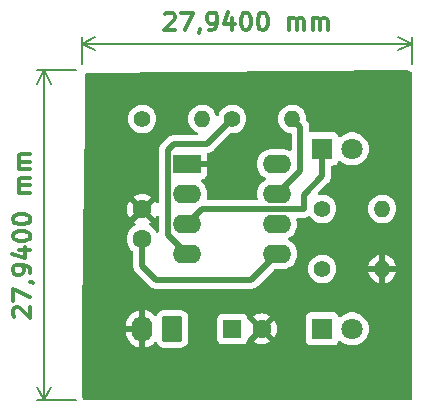
<source format=gbr>
%TF.GenerationSoftware,KiCad,Pcbnew,7.0.9*%
%TF.CreationDate,2023-12-20T18:15:34+03:00*%
%TF.ProjectId,FLIP_FLOP,464c4950-5f46-44c4-9f50-2e6b69636164,rev?*%
%TF.SameCoordinates,Original*%
%TF.FileFunction,Copper,L1,Top*%
%TF.FilePolarity,Positive*%
%FSLAX46Y46*%
G04 Gerber Fmt 4.6, Leading zero omitted, Abs format (unit mm)*
G04 Created by KiCad (PCBNEW 7.0.9) date 2023-12-20 18:15:34*
%MOMM*%
%LPD*%
G01*
G04 APERTURE LIST*
G04 Aperture macros list*
%AMRoundRect*
0 Rectangle with rounded corners*
0 $1 Rounding radius*
0 $2 $3 $4 $5 $6 $7 $8 $9 X,Y pos of 4 corners*
0 Add a 4 corners polygon primitive as box body*
4,1,4,$2,$3,$4,$5,$6,$7,$8,$9,$2,$3,0*
0 Add four circle primitives for the rounded corners*
1,1,$1+$1,$2,$3*
1,1,$1+$1,$4,$5*
1,1,$1+$1,$6,$7*
1,1,$1+$1,$8,$9*
0 Add four rect primitives between the rounded corners*
20,1,$1+$1,$2,$3,$4,$5,0*
20,1,$1+$1,$4,$5,$6,$7,0*
20,1,$1+$1,$6,$7,$8,$9,0*
20,1,$1+$1,$8,$9,$2,$3,0*%
G04 Aperture macros list end*
%ADD10C,0.300000*%
%TA.AperFunction,NonConductor*%
%ADD11C,0.300000*%
%TD*%
%TA.AperFunction,NonConductor*%
%ADD12C,0.200000*%
%TD*%
%TA.AperFunction,ComponentPad*%
%ADD13R,2.400000X1.600000*%
%TD*%
%TA.AperFunction,ComponentPad*%
%ADD14O,2.400000X1.600000*%
%TD*%
%TA.AperFunction,ComponentPad*%
%ADD15O,1.400000X1.400000*%
%TD*%
%TA.AperFunction,ComponentPad*%
%ADD16C,1.400000*%
%TD*%
%TA.AperFunction,ComponentPad*%
%ADD17RoundRect,0.250000X0.620000X0.845000X-0.620000X0.845000X-0.620000X-0.845000X0.620000X-0.845000X0*%
%TD*%
%TA.AperFunction,ComponentPad*%
%ADD18O,1.740000X2.190000*%
%TD*%
%TA.AperFunction,ComponentPad*%
%ADD19R,1.800000X1.800000*%
%TD*%
%TA.AperFunction,ComponentPad*%
%ADD20C,1.800000*%
%TD*%
%TA.AperFunction,ComponentPad*%
%ADD21C,1.600000*%
%TD*%
%TA.AperFunction,ComponentPad*%
%ADD22R,1.600000X1.600000*%
%TD*%
%TA.AperFunction,Conductor*%
%ADD23C,0.500000*%
%TD*%
G04 APERTURE END LIST*
D10*
D11*
X103521185Y-69158569D02*
X103449757Y-69087141D01*
X103449757Y-69087141D02*
X103378328Y-68944284D01*
X103378328Y-68944284D02*
X103378328Y-68587141D01*
X103378328Y-68587141D02*
X103449757Y-68444284D01*
X103449757Y-68444284D02*
X103521185Y-68372855D01*
X103521185Y-68372855D02*
X103664042Y-68301426D01*
X103664042Y-68301426D02*
X103806900Y-68301426D01*
X103806900Y-68301426D02*
X104021185Y-68372855D01*
X104021185Y-68372855D02*
X104878328Y-69229998D01*
X104878328Y-69229998D02*
X104878328Y-68301426D01*
X103378328Y-67801427D02*
X103378328Y-66801427D01*
X103378328Y-66801427D02*
X104878328Y-67444284D01*
X104806900Y-66158570D02*
X104878328Y-66158570D01*
X104878328Y-66158570D02*
X105021185Y-66229999D01*
X105021185Y-66229999D02*
X105092614Y-66301427D01*
X104878328Y-65444284D02*
X104878328Y-65158570D01*
X104878328Y-65158570D02*
X104806900Y-65015713D01*
X104806900Y-65015713D02*
X104735471Y-64944284D01*
X104735471Y-64944284D02*
X104521185Y-64801427D01*
X104521185Y-64801427D02*
X104235471Y-64729998D01*
X104235471Y-64729998D02*
X103664042Y-64729998D01*
X103664042Y-64729998D02*
X103521185Y-64801427D01*
X103521185Y-64801427D02*
X103449757Y-64872856D01*
X103449757Y-64872856D02*
X103378328Y-65015713D01*
X103378328Y-65015713D02*
X103378328Y-65301427D01*
X103378328Y-65301427D02*
X103449757Y-65444284D01*
X103449757Y-65444284D02*
X103521185Y-65515713D01*
X103521185Y-65515713D02*
X103664042Y-65587141D01*
X103664042Y-65587141D02*
X104021185Y-65587141D01*
X104021185Y-65587141D02*
X104164042Y-65515713D01*
X104164042Y-65515713D02*
X104235471Y-65444284D01*
X104235471Y-65444284D02*
X104306900Y-65301427D01*
X104306900Y-65301427D02*
X104306900Y-65015713D01*
X104306900Y-65015713D02*
X104235471Y-64872856D01*
X104235471Y-64872856D02*
X104164042Y-64801427D01*
X104164042Y-64801427D02*
X104021185Y-64729998D01*
X103878328Y-63444285D02*
X104878328Y-63444285D01*
X103306900Y-63801427D02*
X104378328Y-64158570D01*
X104378328Y-64158570D02*
X104378328Y-63229999D01*
X103378328Y-62372856D02*
X103378328Y-62229999D01*
X103378328Y-62229999D02*
X103449757Y-62087142D01*
X103449757Y-62087142D02*
X103521185Y-62015714D01*
X103521185Y-62015714D02*
X103664042Y-61944285D01*
X103664042Y-61944285D02*
X103949757Y-61872856D01*
X103949757Y-61872856D02*
X104306900Y-61872856D01*
X104306900Y-61872856D02*
X104592614Y-61944285D01*
X104592614Y-61944285D02*
X104735471Y-62015714D01*
X104735471Y-62015714D02*
X104806900Y-62087142D01*
X104806900Y-62087142D02*
X104878328Y-62229999D01*
X104878328Y-62229999D02*
X104878328Y-62372856D01*
X104878328Y-62372856D02*
X104806900Y-62515714D01*
X104806900Y-62515714D02*
X104735471Y-62587142D01*
X104735471Y-62587142D02*
X104592614Y-62658571D01*
X104592614Y-62658571D02*
X104306900Y-62729999D01*
X104306900Y-62729999D02*
X103949757Y-62729999D01*
X103949757Y-62729999D02*
X103664042Y-62658571D01*
X103664042Y-62658571D02*
X103521185Y-62587142D01*
X103521185Y-62587142D02*
X103449757Y-62515714D01*
X103449757Y-62515714D02*
X103378328Y-62372856D01*
X103378328Y-60944285D02*
X103378328Y-60801428D01*
X103378328Y-60801428D02*
X103449757Y-60658571D01*
X103449757Y-60658571D02*
X103521185Y-60587143D01*
X103521185Y-60587143D02*
X103664042Y-60515714D01*
X103664042Y-60515714D02*
X103949757Y-60444285D01*
X103949757Y-60444285D02*
X104306900Y-60444285D01*
X104306900Y-60444285D02*
X104592614Y-60515714D01*
X104592614Y-60515714D02*
X104735471Y-60587143D01*
X104735471Y-60587143D02*
X104806900Y-60658571D01*
X104806900Y-60658571D02*
X104878328Y-60801428D01*
X104878328Y-60801428D02*
X104878328Y-60944285D01*
X104878328Y-60944285D02*
X104806900Y-61087143D01*
X104806900Y-61087143D02*
X104735471Y-61158571D01*
X104735471Y-61158571D02*
X104592614Y-61230000D01*
X104592614Y-61230000D02*
X104306900Y-61301428D01*
X104306900Y-61301428D02*
X103949757Y-61301428D01*
X103949757Y-61301428D02*
X103664042Y-61230000D01*
X103664042Y-61230000D02*
X103521185Y-61158571D01*
X103521185Y-61158571D02*
X103449757Y-61087143D01*
X103449757Y-61087143D02*
X103378328Y-60944285D01*
X104878328Y-58658572D02*
X103878328Y-58658572D01*
X104021185Y-58658572D02*
X103949757Y-58587143D01*
X103949757Y-58587143D02*
X103878328Y-58444286D01*
X103878328Y-58444286D02*
X103878328Y-58230000D01*
X103878328Y-58230000D02*
X103949757Y-58087143D01*
X103949757Y-58087143D02*
X104092614Y-58015715D01*
X104092614Y-58015715D02*
X104878328Y-58015715D01*
X104092614Y-58015715D02*
X103949757Y-57944286D01*
X103949757Y-57944286D02*
X103878328Y-57801429D01*
X103878328Y-57801429D02*
X103878328Y-57587143D01*
X103878328Y-57587143D02*
X103949757Y-57444286D01*
X103949757Y-57444286D02*
X104092614Y-57372857D01*
X104092614Y-57372857D02*
X104878328Y-57372857D01*
X104878328Y-56658572D02*
X103878328Y-56658572D01*
X104021185Y-56658572D02*
X103949757Y-56587143D01*
X103949757Y-56587143D02*
X103878328Y-56444286D01*
X103878328Y-56444286D02*
X103878328Y-56230000D01*
X103878328Y-56230000D02*
X103949757Y-56087143D01*
X103949757Y-56087143D02*
X104092614Y-56015715D01*
X104092614Y-56015715D02*
X104878328Y-56015715D01*
X104092614Y-56015715D02*
X103949757Y-55944286D01*
X103949757Y-55944286D02*
X103878328Y-55801429D01*
X103878328Y-55801429D02*
X103878328Y-55587143D01*
X103878328Y-55587143D02*
X103949757Y-55444286D01*
X103949757Y-55444286D02*
X104092614Y-55372857D01*
X104092614Y-55372857D02*
X104878328Y-55372857D01*
D12*
X108720000Y-48260000D02*
X105413580Y-48260000D01*
X108720000Y-76200000D02*
X105413580Y-76200000D01*
X106000000Y-48260000D02*
X106000000Y-76200000D01*
X106000000Y-48260000D02*
X106000000Y-76200000D01*
X106000000Y-48260000D02*
X106586421Y-49386504D01*
X106000000Y-48260000D02*
X105413579Y-49386504D01*
X106000000Y-76200000D02*
X105413579Y-75073496D01*
X106000000Y-76200000D02*
X106586421Y-75073496D01*
D10*
D11*
X116261430Y-43521185D02*
X116332858Y-43449757D01*
X116332858Y-43449757D02*
X116475716Y-43378328D01*
X116475716Y-43378328D02*
X116832858Y-43378328D01*
X116832858Y-43378328D02*
X116975716Y-43449757D01*
X116975716Y-43449757D02*
X117047144Y-43521185D01*
X117047144Y-43521185D02*
X117118573Y-43664042D01*
X117118573Y-43664042D02*
X117118573Y-43806900D01*
X117118573Y-43806900D02*
X117047144Y-44021185D01*
X117047144Y-44021185D02*
X116190001Y-44878328D01*
X116190001Y-44878328D02*
X117118573Y-44878328D01*
X117618572Y-43378328D02*
X118618572Y-43378328D01*
X118618572Y-43378328D02*
X117975715Y-44878328D01*
X119261429Y-44806900D02*
X119261429Y-44878328D01*
X119261429Y-44878328D02*
X119190000Y-45021185D01*
X119190000Y-45021185D02*
X119118572Y-45092614D01*
X119975715Y-44878328D02*
X120261429Y-44878328D01*
X120261429Y-44878328D02*
X120404286Y-44806900D01*
X120404286Y-44806900D02*
X120475715Y-44735471D01*
X120475715Y-44735471D02*
X120618572Y-44521185D01*
X120618572Y-44521185D02*
X120690001Y-44235471D01*
X120690001Y-44235471D02*
X120690001Y-43664042D01*
X120690001Y-43664042D02*
X120618572Y-43521185D01*
X120618572Y-43521185D02*
X120547144Y-43449757D01*
X120547144Y-43449757D02*
X120404286Y-43378328D01*
X120404286Y-43378328D02*
X120118572Y-43378328D01*
X120118572Y-43378328D02*
X119975715Y-43449757D01*
X119975715Y-43449757D02*
X119904286Y-43521185D01*
X119904286Y-43521185D02*
X119832858Y-43664042D01*
X119832858Y-43664042D02*
X119832858Y-44021185D01*
X119832858Y-44021185D02*
X119904286Y-44164042D01*
X119904286Y-44164042D02*
X119975715Y-44235471D01*
X119975715Y-44235471D02*
X120118572Y-44306900D01*
X120118572Y-44306900D02*
X120404286Y-44306900D01*
X120404286Y-44306900D02*
X120547144Y-44235471D01*
X120547144Y-44235471D02*
X120618572Y-44164042D01*
X120618572Y-44164042D02*
X120690001Y-44021185D01*
X121975715Y-43878328D02*
X121975715Y-44878328D01*
X121618572Y-43306900D02*
X121261429Y-44378328D01*
X121261429Y-44378328D02*
X122190000Y-44378328D01*
X123047143Y-43378328D02*
X123190000Y-43378328D01*
X123190000Y-43378328D02*
X123332857Y-43449757D01*
X123332857Y-43449757D02*
X123404286Y-43521185D01*
X123404286Y-43521185D02*
X123475714Y-43664042D01*
X123475714Y-43664042D02*
X123547143Y-43949757D01*
X123547143Y-43949757D02*
X123547143Y-44306900D01*
X123547143Y-44306900D02*
X123475714Y-44592614D01*
X123475714Y-44592614D02*
X123404286Y-44735471D01*
X123404286Y-44735471D02*
X123332857Y-44806900D01*
X123332857Y-44806900D02*
X123190000Y-44878328D01*
X123190000Y-44878328D02*
X123047143Y-44878328D01*
X123047143Y-44878328D02*
X122904286Y-44806900D01*
X122904286Y-44806900D02*
X122832857Y-44735471D01*
X122832857Y-44735471D02*
X122761428Y-44592614D01*
X122761428Y-44592614D02*
X122690000Y-44306900D01*
X122690000Y-44306900D02*
X122690000Y-43949757D01*
X122690000Y-43949757D02*
X122761428Y-43664042D01*
X122761428Y-43664042D02*
X122832857Y-43521185D01*
X122832857Y-43521185D02*
X122904286Y-43449757D01*
X122904286Y-43449757D02*
X123047143Y-43378328D01*
X124475714Y-43378328D02*
X124618571Y-43378328D01*
X124618571Y-43378328D02*
X124761428Y-43449757D01*
X124761428Y-43449757D02*
X124832857Y-43521185D01*
X124832857Y-43521185D02*
X124904285Y-43664042D01*
X124904285Y-43664042D02*
X124975714Y-43949757D01*
X124975714Y-43949757D02*
X124975714Y-44306900D01*
X124975714Y-44306900D02*
X124904285Y-44592614D01*
X124904285Y-44592614D02*
X124832857Y-44735471D01*
X124832857Y-44735471D02*
X124761428Y-44806900D01*
X124761428Y-44806900D02*
X124618571Y-44878328D01*
X124618571Y-44878328D02*
X124475714Y-44878328D01*
X124475714Y-44878328D02*
X124332857Y-44806900D01*
X124332857Y-44806900D02*
X124261428Y-44735471D01*
X124261428Y-44735471D02*
X124189999Y-44592614D01*
X124189999Y-44592614D02*
X124118571Y-44306900D01*
X124118571Y-44306900D02*
X124118571Y-43949757D01*
X124118571Y-43949757D02*
X124189999Y-43664042D01*
X124189999Y-43664042D02*
X124261428Y-43521185D01*
X124261428Y-43521185D02*
X124332857Y-43449757D01*
X124332857Y-43449757D02*
X124475714Y-43378328D01*
X126761427Y-44878328D02*
X126761427Y-43878328D01*
X126761427Y-44021185D02*
X126832856Y-43949757D01*
X126832856Y-43949757D02*
X126975713Y-43878328D01*
X126975713Y-43878328D02*
X127189999Y-43878328D01*
X127189999Y-43878328D02*
X127332856Y-43949757D01*
X127332856Y-43949757D02*
X127404285Y-44092614D01*
X127404285Y-44092614D02*
X127404285Y-44878328D01*
X127404285Y-44092614D02*
X127475713Y-43949757D01*
X127475713Y-43949757D02*
X127618570Y-43878328D01*
X127618570Y-43878328D02*
X127832856Y-43878328D01*
X127832856Y-43878328D02*
X127975713Y-43949757D01*
X127975713Y-43949757D02*
X128047142Y-44092614D01*
X128047142Y-44092614D02*
X128047142Y-44878328D01*
X128761427Y-44878328D02*
X128761427Y-43878328D01*
X128761427Y-44021185D02*
X128832856Y-43949757D01*
X128832856Y-43949757D02*
X128975713Y-43878328D01*
X128975713Y-43878328D02*
X129189999Y-43878328D01*
X129189999Y-43878328D02*
X129332856Y-43949757D01*
X129332856Y-43949757D02*
X129404285Y-44092614D01*
X129404285Y-44092614D02*
X129404285Y-44878328D01*
X129404285Y-44092614D02*
X129475713Y-43949757D01*
X129475713Y-43949757D02*
X129618570Y-43878328D01*
X129618570Y-43878328D02*
X129832856Y-43878328D01*
X129832856Y-43878328D02*
X129975713Y-43949757D01*
X129975713Y-43949757D02*
X130047142Y-44092614D01*
X130047142Y-44092614D02*
X130047142Y-44878328D01*
D12*
X109220000Y-47760000D02*
X109220000Y-45413580D01*
X137160000Y-47760000D02*
X137160000Y-45413580D01*
X109220000Y-46000000D02*
X137160000Y-46000000D01*
X109220000Y-46000000D02*
X137160000Y-46000000D01*
X109220000Y-46000000D02*
X110346504Y-45413579D01*
X109220000Y-46000000D02*
X110346504Y-46586421D01*
X137160000Y-46000000D02*
X136033496Y-46586421D01*
X137160000Y-46000000D02*
X136033496Y-45413579D01*
D13*
%TO.P,U1,1,GND*%
%TO.N,GND*%
X118135000Y-56200000D03*
D14*
%TO.P,U1,2,TR*%
%TO.N,Net-(U1-THR)*%
X118135000Y-58740000D03*
%TO.P,U1,3,Q*%
%TO.N,Net-(D1-K)*%
X118135000Y-61280000D03*
%TO.P,U1,4,R*%
%TO.N,+5V*%
X118135000Y-63820000D03*
%TO.P,U1,5,CV*%
%TO.N,Net-(U1-CV)*%
X125755000Y-63820000D03*
%TO.P,U1,6,THR*%
%TO.N,Net-(U1-THR)*%
X125755000Y-61280000D03*
%TO.P,U1,7,DIS*%
%TO.N,Net-(U1-DIS)*%
X125755000Y-58740000D03*
%TO.P,U1,8,VCC*%
%TO.N,+5V*%
X125755000Y-56200000D03*
%TD*%
D15*
%TO.P,R4,2*%
%TO.N,Net-(U1-THR)*%
X119420000Y-52380000D03*
D16*
%TO.P,R4,1*%
%TO.N,Net-(U1-DIS)*%
X114340000Y-52380000D03*
%TD*%
%TO.P,R3,1*%
%TO.N,+5V*%
X121960000Y-52380000D03*
D15*
%TO.P,R3,2*%
%TO.N,Net-(U1-DIS)*%
X127040000Y-52380000D03*
%TD*%
D16*
%TO.P,R2,1*%
%TO.N,Net-(D2-K)*%
X129580000Y-65080000D03*
D15*
%TO.P,R2,2*%
%TO.N,GND*%
X134660000Y-65080000D03*
%TD*%
D16*
%TO.P,R1,1*%
%TO.N,+5V*%
X129580000Y-60000000D03*
D15*
%TO.P,R1,2*%
%TO.N,Net-(D1-A)*%
X134660000Y-60000000D03*
%TD*%
D17*
%TO.P,J2,1,Pin_1*%
%TO.N,+5V*%
X116880000Y-70160000D03*
D18*
%TO.P,J2,2,Pin_2*%
%TO.N,GND*%
X114340000Y-70160000D03*
%TD*%
D19*
%TO.P,D2,1,K*%
%TO.N,Net-(D2-K)*%
X129580000Y-70160000D03*
D20*
%TO.P,D2,2,A*%
%TO.N,Net-(D1-K)*%
X132120000Y-70160000D03*
%TD*%
D19*
%TO.P,D1,1,K*%
%TO.N,Net-(D1-K)*%
X129580000Y-54920000D03*
D20*
%TO.P,D1,2,A*%
%TO.N,Net-(D1-A)*%
X132120000Y-54920000D03*
%TD*%
D21*
%TO.P,C2,1*%
%TO.N,Net-(U1-CV)*%
X114340000Y-62540000D03*
%TO.P,C2,2*%
%TO.N,GND*%
X114340000Y-60040000D03*
%TD*%
D22*
%TO.P,C1,1*%
%TO.N,Net-(U1-THR)*%
X121960000Y-70160000D03*
D21*
%TO.P,C1,2*%
%TO.N,GND*%
X124460000Y-70160000D03*
%TD*%
D23*
%TO.N,Net-(U1-CV)*%
X114340000Y-64840000D02*
X115500000Y-66000000D01*
X115500000Y-66000000D02*
X123575000Y-66000000D01*
X114340000Y-62540000D02*
X114340000Y-64840000D01*
X123575000Y-66000000D02*
X125755000Y-63820000D01*
%TO.N,+5V*%
X117000000Y-54500000D02*
X119840000Y-54500000D01*
X116485000Y-55015000D02*
X117000000Y-54500000D01*
X119840000Y-54500000D02*
X121960000Y-52380000D01*
X116485000Y-62170000D02*
X116485000Y-55015000D01*
X118135000Y-63820000D02*
X116485000Y-62170000D01*
%TO.N,Net-(D1-K)*%
X128000000Y-60000000D02*
X119415000Y-60000000D01*
X119415000Y-60000000D02*
X118135000Y-61280000D01*
X128000000Y-58800000D02*
X128000000Y-60000000D01*
X129580000Y-57220000D02*
X128000000Y-58800000D01*
X129580000Y-54920000D02*
X129580000Y-57220000D01*
%TO.N,Net-(U1-DIS)*%
X127740000Y-53080000D02*
X127740000Y-56755000D01*
X127740000Y-56755000D02*
X125755000Y-58740000D01*
X127040000Y-52380000D02*
X127740000Y-53080000D01*
%TD*%
%TA.AperFunction,Conductor*%
%TO.N,GND*%
G36*
X115419025Y-60765472D02*
G01*
X115470136Y-60692478D01*
X115498118Y-60632472D01*
X115544290Y-60580032D01*
X115611483Y-60560880D01*
X115678365Y-60581095D01*
X115723699Y-60634261D01*
X115734500Y-60684876D01*
X115734500Y-61893942D01*
X115714815Y-61960981D01*
X115662011Y-62006736D01*
X115592853Y-62016680D01*
X115529297Y-61987655D01*
X115498118Y-61946347D01*
X115470568Y-61887267D01*
X115470567Y-61887265D01*
X115340045Y-61700858D01*
X115179141Y-61539954D01*
X114992734Y-61409432D01*
X114992730Y-61409430D01*
X114977022Y-61402105D01*
X114924583Y-61355931D01*
X114905433Y-61288737D01*
X114925650Y-61221857D01*
X114977028Y-61177340D01*
X114992481Y-61170134D01*
X115065472Y-61119025D01*
X114384401Y-60437953D01*
X114465148Y-60425165D01*
X114578045Y-60367641D01*
X114667641Y-60278045D01*
X114725165Y-60165148D01*
X114737953Y-60084400D01*
X115419025Y-60765472D01*
G37*
%TD.AperFunction*%
%TA.AperFunction,Conductor*%
G36*
X136849658Y-48281269D02*
G01*
X136850119Y-48280472D01*
X136853284Y-48282299D01*
X136853441Y-48282344D01*
X136853825Y-48282611D01*
X136857159Y-48284537D01*
X136965915Y-48329584D01*
X137003238Y-48345044D01*
X137051685Y-48351422D01*
X137115580Y-48379686D01*
X137154052Y-48438010D01*
X137159500Y-48474360D01*
X137159500Y-76075500D01*
X137139815Y-76142539D01*
X137087011Y-76188294D01*
X137035500Y-76199500D01*
X109434361Y-76199500D01*
X109367322Y-76179815D01*
X109321567Y-76127011D01*
X109311422Y-76091685D01*
X109305044Y-76043239D01*
X109305044Y-76043238D01*
X109244536Y-75897159D01*
X109244534Y-75897156D01*
X109240474Y-75890123D01*
X109243572Y-75888334D01*
X109224217Y-75838563D01*
X109223772Y-75826766D01*
X109278191Y-70443201D01*
X112970000Y-70443201D01*
X112984822Y-70617363D01*
X113043587Y-70843051D01*
X113139643Y-71055552D01*
X113139648Y-71055560D01*
X113270235Y-71248771D01*
X113431603Y-71417139D01*
X113431604Y-71417140D01*
X113619097Y-71555810D01*
X113827338Y-71660803D01*
X114050330Y-71729093D01*
X114050328Y-71729093D01*
X114089999Y-71734173D01*
X114090000Y-71734173D01*
X114090000Y-70700469D01*
X114184674Y-70739685D01*
X114301003Y-70755000D01*
X114378997Y-70755000D01*
X114495326Y-70739685D01*
X114590000Y-70700469D01*
X114590000Y-71732574D01*
X114742618Y-71699683D01*
X114742619Y-71699683D01*
X114959005Y-71612732D01*
X115157592Y-71490458D01*
X115332656Y-71336382D01*
X115332658Y-71336380D01*
X115365098Y-71296204D01*
X115422528Y-71256410D01*
X115492356Y-71253983D01*
X115552410Y-71289693D01*
X115573960Y-71321704D01*
X115575185Y-71324331D01*
X115575186Y-71324334D01*
X115667288Y-71473656D01*
X115791344Y-71597712D01*
X115940666Y-71689814D01*
X116107203Y-71744999D01*
X116209991Y-71755500D01*
X117550008Y-71755499D01*
X117652797Y-71744999D01*
X117819334Y-71689814D01*
X117968656Y-71597712D01*
X118092712Y-71473656D01*
X118184814Y-71324334D01*
X118239999Y-71157797D01*
X118250500Y-71055009D01*
X118250500Y-71007870D01*
X120659500Y-71007870D01*
X120659501Y-71007876D01*
X120665908Y-71067483D01*
X120716202Y-71202328D01*
X120716206Y-71202335D01*
X120802452Y-71317544D01*
X120802455Y-71317547D01*
X120917664Y-71403793D01*
X120917671Y-71403797D01*
X121052517Y-71454091D01*
X121052516Y-71454091D01*
X121059444Y-71454835D01*
X121112127Y-71460500D01*
X122807872Y-71460499D01*
X122867483Y-71454091D01*
X123002331Y-71403796D01*
X123117546Y-71317546D01*
X123203796Y-71202331D01*
X123254091Y-71067483D01*
X123260500Y-71007873D01*
X123260499Y-71007845D01*
X123260678Y-71004547D01*
X123262183Y-71004627D01*
X123280112Y-70943326D01*
X123332868Y-70897514D01*
X123376464Y-70889981D01*
X124062046Y-70204399D01*
X124074835Y-70285148D01*
X124132359Y-70398045D01*
X124221955Y-70487641D01*
X124334852Y-70545165D01*
X124415599Y-70557953D01*
X123734526Y-71239025D01*
X123734526Y-71239026D01*
X123807512Y-71290131D01*
X123807516Y-71290133D01*
X124013673Y-71386265D01*
X124013682Y-71386269D01*
X124233389Y-71445139D01*
X124233400Y-71445141D01*
X124459998Y-71464966D01*
X124460002Y-71464966D01*
X124686599Y-71445141D01*
X124686610Y-71445139D01*
X124906317Y-71386269D01*
X124906331Y-71386264D01*
X125112478Y-71290136D01*
X125185472Y-71239025D01*
X125054317Y-71107870D01*
X128179500Y-71107870D01*
X128179501Y-71107876D01*
X128185908Y-71167483D01*
X128236202Y-71302328D01*
X128236206Y-71302335D01*
X128322452Y-71417544D01*
X128322455Y-71417547D01*
X128437664Y-71503793D01*
X128437671Y-71503797D01*
X128572517Y-71554091D01*
X128572516Y-71554091D01*
X128579444Y-71554835D01*
X128632127Y-71560500D01*
X130527872Y-71560499D01*
X130587483Y-71554091D01*
X130722331Y-71503796D01*
X130837546Y-71417546D01*
X130923796Y-71302331D01*
X130926081Y-71296204D01*
X130952455Y-71225493D01*
X130994326Y-71169559D01*
X131059790Y-71145141D01*
X131128063Y-71159992D01*
X131159866Y-71184843D01*
X131167302Y-71192920D01*
X131168215Y-71193912D01*
X131168222Y-71193918D01*
X131351365Y-71336464D01*
X131351371Y-71336468D01*
X131351374Y-71336470D01*
X131555497Y-71446936D01*
X131595005Y-71460499D01*
X131775015Y-71522297D01*
X131775017Y-71522297D01*
X131775019Y-71522298D01*
X132003951Y-71560500D01*
X132003952Y-71560500D01*
X132236048Y-71560500D01*
X132236049Y-71560500D01*
X132464981Y-71522298D01*
X132684503Y-71446936D01*
X132888626Y-71336470D01*
X132904219Y-71324334D01*
X132950129Y-71288600D01*
X133071784Y-71193913D01*
X133228979Y-71023153D01*
X133355924Y-70828849D01*
X133449157Y-70616300D01*
X133506134Y-70391305D01*
X133512430Y-70315326D01*
X133525300Y-70160006D01*
X133525300Y-70159993D01*
X133506135Y-69928702D01*
X133506133Y-69928691D01*
X133449157Y-69703699D01*
X133355924Y-69491151D01*
X133228983Y-69296852D01*
X133228980Y-69296849D01*
X133228979Y-69296847D01*
X133071784Y-69126087D01*
X133071779Y-69126083D01*
X133071777Y-69126081D01*
X132888634Y-68983535D01*
X132888628Y-68983531D01*
X132684504Y-68873064D01*
X132684495Y-68873061D01*
X132464984Y-68797702D01*
X132274450Y-68765908D01*
X132236049Y-68759500D01*
X132003951Y-68759500D01*
X131965550Y-68765908D01*
X131775015Y-68797702D01*
X131555504Y-68873061D01*
X131555495Y-68873064D01*
X131351371Y-68983531D01*
X131351365Y-68983535D01*
X131168222Y-69126081D01*
X131168218Y-69126085D01*
X131159866Y-69135158D01*
X131099979Y-69171148D01*
X131030141Y-69169047D01*
X130972525Y-69129522D01*
X130952455Y-69094507D01*
X130923797Y-69017671D01*
X130923793Y-69017664D01*
X130837547Y-68902455D01*
X130837544Y-68902452D01*
X130722335Y-68816206D01*
X130722328Y-68816202D01*
X130587482Y-68765908D01*
X130587483Y-68765908D01*
X130527883Y-68759501D01*
X130527881Y-68759500D01*
X130527873Y-68759500D01*
X130527864Y-68759500D01*
X128632129Y-68759500D01*
X128632123Y-68759501D01*
X128572516Y-68765908D01*
X128437671Y-68816202D01*
X128437664Y-68816206D01*
X128322455Y-68902452D01*
X128322452Y-68902455D01*
X128236206Y-69017664D01*
X128236202Y-69017671D01*
X128185908Y-69152517D01*
X128179501Y-69212116D01*
X128179500Y-69212135D01*
X128179500Y-71107870D01*
X125054317Y-71107870D01*
X124504401Y-70557953D01*
X124585148Y-70545165D01*
X124698045Y-70487641D01*
X124787641Y-70398045D01*
X124845165Y-70285148D01*
X124857953Y-70204400D01*
X125539025Y-70885472D01*
X125590136Y-70812478D01*
X125686264Y-70606331D01*
X125686269Y-70606317D01*
X125745139Y-70386610D01*
X125745141Y-70386599D01*
X125764966Y-70160002D01*
X125764966Y-70159997D01*
X125745141Y-69933400D01*
X125745139Y-69933389D01*
X125686269Y-69713682D01*
X125686265Y-69713673D01*
X125590133Y-69507516D01*
X125590131Y-69507512D01*
X125539026Y-69434526D01*
X125539025Y-69434526D01*
X124857953Y-70115598D01*
X124845165Y-70034852D01*
X124787641Y-69921955D01*
X124698045Y-69832359D01*
X124585148Y-69774835D01*
X124504400Y-69762046D01*
X125185472Y-69080974D01*
X125185471Y-69080973D01*
X125112483Y-69029866D01*
X125112481Y-69029865D01*
X124906326Y-68933734D01*
X124906317Y-68933730D01*
X124686610Y-68874860D01*
X124686599Y-68874858D01*
X124460002Y-68855034D01*
X124459998Y-68855034D01*
X124233400Y-68874858D01*
X124233389Y-68874860D01*
X124013682Y-68933730D01*
X124013673Y-68933734D01*
X123807513Y-69029868D01*
X123734527Y-69080972D01*
X123734526Y-69080973D01*
X124415600Y-69762046D01*
X124334852Y-69774835D01*
X124221955Y-69832359D01*
X124132359Y-69921955D01*
X124074835Y-70034852D01*
X124062046Y-70115599D01*
X123375798Y-69429351D01*
X123326805Y-69419505D01*
X123276623Y-69370889D01*
X123261981Y-69315366D01*
X123260900Y-69315423D01*
X123260854Y-69315429D01*
X123260853Y-69315426D01*
X123260676Y-69315436D01*
X123260499Y-69312135D01*
X123260499Y-69312128D01*
X123254091Y-69252517D01*
X123239022Y-69212116D01*
X123203797Y-69117671D01*
X123203793Y-69117664D01*
X123117547Y-69002455D01*
X123117544Y-69002452D01*
X123002335Y-68916206D01*
X123002328Y-68916202D01*
X122867482Y-68865908D01*
X122867483Y-68865908D01*
X122807883Y-68859501D01*
X122807881Y-68859500D01*
X122807873Y-68859500D01*
X122807864Y-68859500D01*
X121112129Y-68859500D01*
X121112123Y-68859501D01*
X121052516Y-68865908D01*
X120917671Y-68916202D01*
X120917664Y-68916206D01*
X120802455Y-69002452D01*
X120802452Y-69002455D01*
X120716206Y-69117664D01*
X120716202Y-69117671D01*
X120665908Y-69252517D01*
X120661142Y-69296852D01*
X120659501Y-69312123D01*
X120659500Y-69312135D01*
X120659500Y-71007870D01*
X118250500Y-71007870D01*
X118250499Y-69264992D01*
X118239999Y-69162203D01*
X118184814Y-68995666D01*
X118092712Y-68846344D01*
X117968656Y-68722288D01*
X117819334Y-68630186D01*
X117652797Y-68575001D01*
X117652795Y-68575000D01*
X117550010Y-68564500D01*
X116209998Y-68564500D01*
X116209981Y-68564501D01*
X116107203Y-68575000D01*
X116107200Y-68575001D01*
X115940668Y-68630185D01*
X115940663Y-68630187D01*
X115791342Y-68722289D01*
X115667289Y-68846342D01*
X115575182Y-68995672D01*
X115573897Y-68998429D01*
X115572512Y-69000001D01*
X115571395Y-69001813D01*
X115571085Y-69001622D01*
X115527722Y-69050867D01*
X115460528Y-69070016D01*
X115393648Y-69049797D01*
X115371994Y-69031820D01*
X115248396Y-68902860D01*
X115248395Y-68902859D01*
X115060902Y-68764189D01*
X114852661Y-68659196D01*
X114629675Y-68590907D01*
X114629669Y-68590906D01*
X114590000Y-68585825D01*
X114590000Y-69619530D01*
X114495326Y-69580315D01*
X114378997Y-69565000D01*
X114301003Y-69565000D01*
X114184674Y-69580315D01*
X114090000Y-69619530D01*
X114090000Y-68587424D01*
X114089999Y-68587424D01*
X113937380Y-68620316D01*
X113937379Y-68620316D01*
X113720994Y-68707267D01*
X113522407Y-68829541D01*
X113347343Y-68983617D01*
X113347339Y-68983621D01*
X113200842Y-69165054D01*
X113200838Y-69165060D01*
X113087104Y-69368653D01*
X113009414Y-69588538D01*
X113009412Y-69588546D01*
X112970000Y-69818387D01*
X112970000Y-69910000D01*
X113799530Y-69910000D01*
X113760315Y-70004674D01*
X113739866Y-70160000D01*
X113760315Y-70315326D01*
X113799530Y-70410000D01*
X112970000Y-70410000D01*
X112970000Y-70443201D01*
X109278191Y-70443201D01*
X109358079Y-62540001D01*
X113034532Y-62540001D01*
X113054364Y-62766686D01*
X113054366Y-62766697D01*
X113113258Y-62986488D01*
X113113261Y-62986497D01*
X113209431Y-63192732D01*
X113209432Y-63192734D01*
X113339954Y-63379141D01*
X113500859Y-63540046D01*
X113536621Y-63565086D01*
X113580247Y-63619662D01*
X113589500Y-63666662D01*
X113589500Y-64776294D01*
X113588191Y-64794263D01*
X113584710Y-64818025D01*
X113589264Y-64870064D01*
X113589500Y-64875470D01*
X113589500Y-64883709D01*
X113593306Y-64916274D01*
X113600000Y-64992791D01*
X113601461Y-64999867D01*
X113601403Y-64999878D01*
X113603034Y-65007237D01*
X113603092Y-65007224D01*
X113604757Y-65014250D01*
X113631025Y-65086424D01*
X113655185Y-65159331D01*
X113658236Y-65165874D01*
X113658182Y-65165898D01*
X113661470Y-65172688D01*
X113661521Y-65172663D01*
X113664761Y-65179113D01*
X113664762Y-65179114D01*
X113664763Y-65179117D01*
X113674134Y-65193365D01*
X113706965Y-65243283D01*
X113747287Y-65308655D01*
X113751766Y-65314319D01*
X113751719Y-65314356D01*
X113756482Y-65320202D01*
X113756528Y-65320164D01*
X113761173Y-65325700D01*
X113817017Y-65378385D01*
X114924270Y-66485638D01*
X114936051Y-66499270D01*
X114950388Y-66518528D01*
X114950389Y-66518529D01*
X114950390Y-66518530D01*
X114959472Y-66526150D01*
X114990409Y-66552111D01*
X114994397Y-66555766D01*
X115000216Y-66561585D01*
X115000220Y-66561588D01*
X115000223Y-66561591D01*
X115025959Y-66581940D01*
X115084786Y-66631302D01*
X115084787Y-66631302D01*
X115084789Y-66631304D01*
X115090818Y-66635270D01*
X115090785Y-66635319D01*
X115097147Y-66639372D01*
X115097179Y-66639321D01*
X115103319Y-66643108D01*
X115103323Y-66643111D01*
X115138132Y-66659343D01*
X115172941Y-66675575D01*
X115191336Y-66684813D01*
X115241567Y-66710040D01*
X115241569Y-66710040D01*
X115248357Y-66712511D01*
X115248336Y-66712567D01*
X115255455Y-66715042D01*
X115255474Y-66714986D01*
X115262329Y-66717258D01*
X115337562Y-66732791D01*
X115412279Y-66750500D01*
X115412289Y-66750500D01*
X115419452Y-66751338D01*
X115419444Y-66751397D01*
X115426945Y-66752164D01*
X115426951Y-66752105D01*
X115434140Y-66752734D01*
X115434144Y-66752733D01*
X115434145Y-66752734D01*
X115510918Y-66750500D01*
X123511295Y-66750500D01*
X123529265Y-66751809D01*
X123553023Y-66755289D01*
X123605068Y-66750735D01*
X123610470Y-66750500D01*
X123618704Y-66750500D01*
X123618709Y-66750500D01*
X123630327Y-66749141D01*
X123651276Y-66746693D01*
X123664028Y-66745577D01*
X123727797Y-66739999D01*
X123727805Y-66739996D01*
X123734866Y-66738539D01*
X123734878Y-66738598D01*
X123742243Y-66736965D01*
X123742229Y-66736906D01*
X123749246Y-66735241D01*
X123749255Y-66735241D01*
X123821423Y-66708974D01*
X123894334Y-66684814D01*
X123894343Y-66684807D01*
X123900882Y-66681760D01*
X123900908Y-66681816D01*
X123907690Y-66678532D01*
X123907663Y-66678478D01*
X123914106Y-66675240D01*
X123914117Y-66675237D01*
X123978283Y-66633034D01*
X124043656Y-66592712D01*
X124043662Y-66592705D01*
X124049325Y-66588229D01*
X124049362Y-66588277D01*
X124055204Y-66583518D01*
X124055164Y-66583471D01*
X124060691Y-66578832D01*
X124060696Y-66578830D01*
X124082456Y-66555766D01*
X124113386Y-66522981D01*
X125479548Y-65156819D01*
X125540871Y-65123334D01*
X125567229Y-65120500D01*
X126211784Y-65120500D01*
X126381692Y-65105635D01*
X126477364Y-65080000D01*
X128374357Y-65080000D01*
X128394884Y-65301535D01*
X128394885Y-65301537D01*
X128455769Y-65515523D01*
X128455775Y-65515538D01*
X128554938Y-65714683D01*
X128554943Y-65714691D01*
X128689020Y-65892238D01*
X128853437Y-66042123D01*
X128853439Y-66042125D01*
X129042595Y-66159245D01*
X129042596Y-66159245D01*
X129042599Y-66159247D01*
X129250060Y-66239618D01*
X129468757Y-66280500D01*
X129468759Y-66280500D01*
X129691241Y-66280500D01*
X129691243Y-66280500D01*
X129909940Y-66239618D01*
X130117401Y-66159247D01*
X130306562Y-66042124D01*
X130470981Y-65892236D01*
X130605058Y-65714689D01*
X130704229Y-65515528D01*
X130757016Y-65330000D01*
X133483505Y-65330000D01*
X133536239Y-65515349D01*
X133635368Y-65714425D01*
X133769391Y-65891900D01*
X133933738Y-66041721D01*
X134122820Y-66158797D01*
X134122822Y-66158798D01*
X134330195Y-66239135D01*
X134410000Y-66254052D01*
X134410000Y-65330000D01*
X133483505Y-65330000D01*
X130757016Y-65330000D01*
X130765115Y-65301536D01*
X130782928Y-65109302D01*
X134306372Y-65109302D01*
X134335047Y-65222538D01*
X134398936Y-65320327D01*
X134491115Y-65392072D01*
X134601595Y-65430000D01*
X134689005Y-65430000D01*
X134775216Y-65415614D01*
X134877947Y-65360019D01*
X134905581Y-65330000D01*
X134910000Y-65330000D01*
X134910000Y-66254052D01*
X134989804Y-66239135D01*
X135197177Y-66158798D01*
X135197179Y-66158797D01*
X135386261Y-66041721D01*
X135550608Y-65891900D01*
X135684631Y-65714425D01*
X135783760Y-65515349D01*
X135836495Y-65330000D01*
X134910000Y-65330000D01*
X134905581Y-65330000D01*
X134957060Y-65274079D01*
X135003982Y-65167108D01*
X135013628Y-65050698D01*
X134984953Y-64937462D01*
X134921064Y-64839673D01*
X134828885Y-64767928D01*
X134718405Y-64730000D01*
X134630995Y-64730000D01*
X134544784Y-64744386D01*
X134442053Y-64799981D01*
X134362940Y-64885921D01*
X134316018Y-64992892D01*
X134306372Y-65109302D01*
X130782928Y-65109302D01*
X130785643Y-65080000D01*
X130779550Y-65014250D01*
X130765115Y-64858464D01*
X130765114Y-64858462D01*
X130757016Y-64830000D01*
X133483505Y-64830000D01*
X134410000Y-64830000D01*
X134410000Y-63905946D01*
X134910000Y-63905946D01*
X134910000Y-64830000D01*
X135836495Y-64830000D01*
X135783760Y-64644650D01*
X135684631Y-64445574D01*
X135550608Y-64268099D01*
X135386261Y-64118278D01*
X135197179Y-64001202D01*
X135197177Y-64001201D01*
X134989799Y-63920864D01*
X134910000Y-63905946D01*
X134410000Y-63905946D01*
X134330200Y-63920864D01*
X134122822Y-64001201D01*
X134122820Y-64001202D01*
X133933738Y-64118278D01*
X133769391Y-64268099D01*
X133635368Y-64445574D01*
X133536239Y-64644650D01*
X133483505Y-64830000D01*
X130757016Y-64830000D01*
X130754183Y-64820045D01*
X130704229Y-64644472D01*
X130664881Y-64565451D01*
X130605061Y-64445316D01*
X130605056Y-64445308D01*
X130470979Y-64267761D01*
X130306562Y-64117876D01*
X130306560Y-64117874D01*
X130117404Y-64000754D01*
X130117398Y-64000752D01*
X129909940Y-63920382D01*
X129691243Y-63879500D01*
X129468757Y-63879500D01*
X129250060Y-63920382D01*
X129118864Y-63971207D01*
X129042601Y-64000752D01*
X129042595Y-64000754D01*
X128853439Y-64117874D01*
X128853437Y-64117876D01*
X128689020Y-64267761D01*
X128554943Y-64445308D01*
X128554938Y-64445316D01*
X128455775Y-64644461D01*
X128455769Y-64644476D01*
X128394885Y-64858462D01*
X128394884Y-64858464D01*
X128374357Y-65079999D01*
X128374357Y-65080000D01*
X126477364Y-65080000D01*
X126601496Y-65046739D01*
X126807734Y-64950568D01*
X126994139Y-64820047D01*
X127155047Y-64659139D01*
X127285568Y-64472734D01*
X127381739Y-64266496D01*
X127440635Y-64046692D01*
X127460468Y-63820000D01*
X127440635Y-63593308D01*
X127395916Y-63426415D01*
X127381741Y-63373511D01*
X127381738Y-63373502D01*
X127343934Y-63292432D01*
X127285568Y-63167266D01*
X127155047Y-62980861D01*
X127155045Y-62980858D01*
X126994141Y-62819954D01*
X126807734Y-62689432D01*
X126807728Y-62689429D01*
X126749725Y-62662382D01*
X126697285Y-62616210D01*
X126678133Y-62549017D01*
X126698348Y-62482135D01*
X126749725Y-62437618D01*
X126807734Y-62410568D01*
X126994139Y-62280047D01*
X127155047Y-62119139D01*
X127285568Y-61932734D01*
X127381739Y-61726496D01*
X127440635Y-61506692D01*
X127460468Y-61280000D01*
X127440635Y-61053308D01*
X127401323Y-60906592D01*
X127402986Y-60836743D01*
X127442149Y-60778881D01*
X127506377Y-60751377D01*
X127521098Y-60750500D01*
X127976359Y-60750500D01*
X127979959Y-60750604D01*
X128043935Y-60754331D01*
X128107064Y-60743198D01*
X128110606Y-60742679D01*
X128174255Y-60735241D01*
X128184782Y-60731408D01*
X128205672Y-60725811D01*
X128216711Y-60723865D01*
X128275555Y-60698482D01*
X128278876Y-60697161D01*
X128339117Y-60675237D01*
X128348488Y-60669072D01*
X128367506Y-60658818D01*
X128377804Y-60654377D01*
X128401923Y-60636420D01*
X128467449Y-60612174D01*
X128535683Y-60627204D01*
X128574927Y-60661154D01*
X128689020Y-60812238D01*
X128853437Y-60962123D01*
X128853439Y-60962125D01*
X129042595Y-61079245D01*
X129042596Y-61079245D01*
X129042599Y-61079247D01*
X129250060Y-61159618D01*
X129468757Y-61200500D01*
X129468759Y-61200500D01*
X129691241Y-61200500D01*
X129691243Y-61200500D01*
X129909940Y-61159618D01*
X130117401Y-61079247D01*
X130306562Y-60962124D01*
X130470981Y-60812236D01*
X130605058Y-60634689D01*
X130704229Y-60435528D01*
X130765115Y-60221536D01*
X130785643Y-60000000D01*
X133454357Y-60000000D01*
X133474884Y-60221535D01*
X133474885Y-60221537D01*
X133535769Y-60435523D01*
X133535775Y-60435538D01*
X133634938Y-60634683D01*
X133634943Y-60634691D01*
X133769020Y-60812238D01*
X133933437Y-60962123D01*
X133933439Y-60962125D01*
X134122595Y-61079245D01*
X134122596Y-61079245D01*
X134122599Y-61079247D01*
X134330060Y-61159618D01*
X134548757Y-61200500D01*
X134548759Y-61200500D01*
X134771241Y-61200500D01*
X134771243Y-61200500D01*
X134989940Y-61159618D01*
X135197401Y-61079247D01*
X135386562Y-60962124D01*
X135550981Y-60812236D01*
X135685058Y-60634689D01*
X135784229Y-60435528D01*
X135845115Y-60221536D01*
X135865643Y-60000000D01*
X135845115Y-59778464D01*
X135784229Y-59564472D01*
X135761020Y-59517862D01*
X135685061Y-59365316D01*
X135685056Y-59365308D01*
X135550979Y-59187761D01*
X135386562Y-59037876D01*
X135386560Y-59037874D01*
X135197404Y-58920754D01*
X135197398Y-58920752D01*
X134989940Y-58840382D01*
X134771243Y-58799500D01*
X134548757Y-58799500D01*
X134330060Y-58840382D01*
X134198864Y-58891207D01*
X134122601Y-58920752D01*
X134122595Y-58920754D01*
X133933439Y-59037874D01*
X133933437Y-59037876D01*
X133769020Y-59187761D01*
X133634943Y-59365308D01*
X133634938Y-59365316D01*
X133535775Y-59564461D01*
X133535769Y-59564476D01*
X133474885Y-59778462D01*
X133474884Y-59778464D01*
X133454357Y-59999999D01*
X133454357Y-60000000D01*
X130785643Y-60000000D01*
X130765115Y-59778464D01*
X130704229Y-59564472D01*
X130681020Y-59517862D01*
X130605061Y-59365316D01*
X130605056Y-59365308D01*
X130470979Y-59187761D01*
X130306562Y-59037876D01*
X130306560Y-59037874D01*
X130117404Y-58920754D01*
X130117398Y-58920752D01*
X129909940Y-58840382D01*
X129691243Y-58799500D01*
X129468757Y-58799500D01*
X129361933Y-58819469D01*
X129292418Y-58812438D01*
X129237739Y-58768940D01*
X129215257Y-58702786D01*
X129232110Y-58634979D01*
X129251464Y-58609901D01*
X130065638Y-57795727D01*
X130079267Y-57783950D01*
X130098530Y-57769610D01*
X130098532Y-57769606D01*
X130098534Y-57769606D01*
X130123414Y-57739954D01*
X130132113Y-57729585D01*
X130135767Y-57725599D01*
X130141590Y-57719777D01*
X130161923Y-57694060D01*
X130211302Y-57635214D01*
X130211309Y-57635198D01*
X130215272Y-57629176D01*
X130215324Y-57629210D01*
X130219371Y-57622858D01*
X130219317Y-57622825D01*
X130223104Y-57616684D01*
X130223110Y-57616677D01*
X130255561Y-57547086D01*
X130280502Y-57497424D01*
X130290040Y-57478433D01*
X130290042Y-57478421D01*
X130292510Y-57471644D01*
X130292568Y-57471665D01*
X130295043Y-57464546D01*
X130294985Y-57464527D01*
X130297256Y-57457672D01*
X130312784Y-57382467D01*
X130330500Y-57307720D01*
X130331339Y-57300548D01*
X130331397Y-57300554D01*
X130332164Y-57293056D01*
X130332104Y-57293051D01*
X130332733Y-57285860D01*
X130330500Y-57209103D01*
X130330500Y-56444499D01*
X130350185Y-56377460D01*
X130402989Y-56331705D01*
X130454500Y-56320499D01*
X130527871Y-56320499D01*
X130527872Y-56320499D01*
X130587483Y-56314091D01*
X130722331Y-56263796D01*
X130837546Y-56177546D01*
X130923796Y-56062331D01*
X130952455Y-55985493D01*
X130994326Y-55929559D01*
X131059790Y-55905141D01*
X131128063Y-55919992D01*
X131159866Y-55944843D01*
X131164614Y-55950000D01*
X131168215Y-55953912D01*
X131168222Y-55953918D01*
X131351365Y-56096464D01*
X131351371Y-56096468D01*
X131351374Y-56096470D01*
X131555497Y-56206936D01*
X131669487Y-56246068D01*
X131775015Y-56282297D01*
X131775017Y-56282297D01*
X131775019Y-56282298D01*
X132003951Y-56320500D01*
X132003952Y-56320500D01*
X132236048Y-56320500D01*
X132236049Y-56320500D01*
X132464981Y-56282298D01*
X132684503Y-56206936D01*
X132888626Y-56096470D01*
X133071784Y-55953913D01*
X133228979Y-55783153D01*
X133355924Y-55588849D01*
X133449157Y-55376300D01*
X133506134Y-55151305D01*
X133511357Y-55088277D01*
X133525300Y-54920006D01*
X133525300Y-54919993D01*
X133506135Y-54688702D01*
X133506133Y-54688691D01*
X133449157Y-54463699D01*
X133355924Y-54251151D01*
X133228983Y-54056852D01*
X133228980Y-54056849D01*
X133228979Y-54056847D01*
X133071784Y-53886087D01*
X133071779Y-53886083D01*
X133071777Y-53886081D01*
X132888634Y-53743535D01*
X132888628Y-53743531D01*
X132684504Y-53633064D01*
X132684495Y-53633061D01*
X132464984Y-53557702D01*
X132274450Y-53525908D01*
X132236049Y-53519500D01*
X132003951Y-53519500D01*
X131965550Y-53525908D01*
X131775015Y-53557702D01*
X131555504Y-53633061D01*
X131555495Y-53633064D01*
X131351371Y-53743531D01*
X131351365Y-53743535D01*
X131168222Y-53886081D01*
X131168218Y-53886085D01*
X131159866Y-53895158D01*
X131099979Y-53931148D01*
X131030141Y-53929047D01*
X130972525Y-53889522D01*
X130952455Y-53854507D01*
X130923797Y-53777671D01*
X130923793Y-53777664D01*
X130837547Y-53662455D01*
X130837544Y-53662452D01*
X130722335Y-53576206D01*
X130722328Y-53576202D01*
X130587482Y-53525908D01*
X130587483Y-53525908D01*
X130527883Y-53519501D01*
X130527881Y-53519500D01*
X130527873Y-53519500D01*
X130527864Y-53519500D01*
X128632129Y-53519500D01*
X128632118Y-53519501D01*
X128627751Y-53519971D01*
X128558992Y-53507563D01*
X128507856Y-53459951D01*
X128490500Y-53396681D01*
X128490500Y-53143705D01*
X128491809Y-53125735D01*
X128495289Y-53101974D01*
X128490736Y-53049939D01*
X128490500Y-53044532D01*
X128490500Y-53036297D01*
X128490500Y-53036291D01*
X128486691Y-53003707D01*
X128479998Y-52927202D01*
X128479996Y-52927197D01*
X128478538Y-52920133D01*
X128478597Y-52920120D01*
X128476967Y-52912764D01*
X128476908Y-52912779D01*
X128475241Y-52905751D01*
X128475241Y-52905745D01*
X128448966Y-52833556D01*
X128424813Y-52760665D01*
X128424808Y-52760658D01*
X128421760Y-52754119D01*
X128421815Y-52754092D01*
X128418529Y-52747305D01*
X128418476Y-52747332D01*
X128415238Y-52740883D01*
X128373023Y-52676700D01*
X128332709Y-52611341D01*
X128328233Y-52605681D01*
X128328280Y-52605643D01*
X128323519Y-52599799D01*
X128323474Y-52599838D01*
X128318830Y-52594304D01*
X128277216Y-52555042D01*
X128241962Y-52494718D01*
X128238840Y-52453409D01*
X128245643Y-52380000D01*
X128225115Y-52158464D01*
X128164229Y-51944472D01*
X128164224Y-51944461D01*
X128065061Y-51745316D01*
X128065056Y-51745308D01*
X127930979Y-51567761D01*
X127766562Y-51417876D01*
X127766560Y-51417874D01*
X127577404Y-51300754D01*
X127577398Y-51300752D01*
X127369940Y-51220382D01*
X127151243Y-51179500D01*
X126928757Y-51179500D01*
X126710060Y-51220382D01*
X126578864Y-51271207D01*
X126502601Y-51300752D01*
X126502595Y-51300754D01*
X126313439Y-51417874D01*
X126313437Y-51417876D01*
X126149020Y-51567761D01*
X126014943Y-51745308D01*
X126014938Y-51745316D01*
X125915775Y-51944461D01*
X125915769Y-51944476D01*
X125854885Y-52158462D01*
X125854884Y-52158464D01*
X125834357Y-52379999D01*
X125834357Y-52380000D01*
X125854884Y-52601535D01*
X125854885Y-52601537D01*
X125915769Y-52815523D01*
X125915775Y-52815538D01*
X126014938Y-53014683D01*
X126014943Y-53014691D01*
X126149020Y-53192238D01*
X126313437Y-53342123D01*
X126313439Y-53342125D01*
X126502595Y-53459245D01*
X126502596Y-53459245D01*
X126502599Y-53459247D01*
X126710060Y-53539618D01*
X126888289Y-53572935D01*
X126950566Y-53604601D01*
X126985839Y-53664913D01*
X126989500Y-53694822D01*
X126989500Y-54959600D01*
X126969815Y-55026639D01*
X126917011Y-55072394D01*
X126847853Y-55082338D01*
X126813261Y-55070387D01*
X126812640Y-55071720D01*
X126807735Y-55069432D01*
X126807734Y-55069432D01*
X126714414Y-55025916D01*
X126601497Y-54973261D01*
X126601488Y-54973258D01*
X126381697Y-54914366D01*
X126381687Y-54914364D01*
X126211784Y-54899500D01*
X125298216Y-54899500D01*
X125128312Y-54914364D01*
X125128302Y-54914366D01*
X124908511Y-54973258D01*
X124908502Y-54973261D01*
X124702267Y-55069431D01*
X124702265Y-55069432D01*
X124515858Y-55199954D01*
X124354954Y-55360858D01*
X124224432Y-55547265D01*
X124224431Y-55547267D01*
X124128261Y-55753502D01*
X124128258Y-55753511D01*
X124069366Y-55973302D01*
X124069364Y-55973313D01*
X124049532Y-56199998D01*
X124049532Y-56200001D01*
X124069364Y-56426686D01*
X124069366Y-56426697D01*
X124128258Y-56646488D01*
X124128261Y-56646497D01*
X124224431Y-56852732D01*
X124224432Y-56852734D01*
X124354954Y-57039141D01*
X124515858Y-57200045D01*
X124515861Y-57200047D01*
X124702266Y-57330568D01*
X124759357Y-57357190D01*
X124760275Y-57357618D01*
X124812714Y-57403791D01*
X124831866Y-57470984D01*
X124811650Y-57537865D01*
X124760275Y-57582382D01*
X124702267Y-57609431D01*
X124702265Y-57609432D01*
X124515858Y-57739954D01*
X124354954Y-57900858D01*
X124224432Y-58087265D01*
X124224431Y-58087267D01*
X124128261Y-58293502D01*
X124128258Y-58293511D01*
X124069366Y-58513302D01*
X124069364Y-58513313D01*
X124049532Y-58739998D01*
X124049532Y-58740001D01*
X124069364Y-58966686D01*
X124069366Y-58966697D01*
X124103318Y-59093407D01*
X124101655Y-59163257D01*
X124062492Y-59221119D01*
X123998264Y-59248623D01*
X123983543Y-59249500D01*
X119906457Y-59249500D01*
X119839418Y-59229815D01*
X119793663Y-59177011D01*
X119783719Y-59107853D01*
X119786682Y-59093407D01*
X119801562Y-59037874D01*
X119820635Y-58966692D01*
X119840468Y-58740000D01*
X119820635Y-58513308D01*
X119761739Y-58293504D01*
X119665568Y-58087266D01*
X119535047Y-57900861D01*
X119535045Y-57900858D01*
X119374143Y-57739956D01*
X119348912Y-57722289D01*
X119305287Y-57667712D01*
X119298095Y-57598213D01*
X119329617Y-57535859D01*
X119389847Y-57500445D01*
X119406781Y-57497424D01*
X119442380Y-57493596D01*
X119577086Y-57443354D01*
X119577093Y-57443350D01*
X119692187Y-57357190D01*
X119692190Y-57357187D01*
X119778350Y-57242093D01*
X119778354Y-57242086D01*
X119828596Y-57107379D01*
X119828598Y-57107372D01*
X119834999Y-57047844D01*
X119835000Y-57047827D01*
X119835000Y-56450000D01*
X118450686Y-56450000D01*
X118462641Y-56438045D01*
X118520165Y-56325148D01*
X118539986Y-56200000D01*
X118520165Y-56074852D01*
X118462641Y-55961955D01*
X118450686Y-55950000D01*
X119835000Y-55950000D01*
X119835000Y-55367429D01*
X119854685Y-55300390D01*
X119907489Y-55254635D01*
X119948195Y-55243901D01*
X119966385Y-55242309D01*
X119992797Y-55239999D01*
X119992805Y-55239996D01*
X119999866Y-55238539D01*
X119999878Y-55238598D01*
X120007243Y-55236965D01*
X120007229Y-55236906D01*
X120014246Y-55235241D01*
X120014255Y-55235241D01*
X120086423Y-55208974D01*
X120159334Y-55184814D01*
X120159343Y-55184807D01*
X120165882Y-55181760D01*
X120165908Y-55181816D01*
X120172690Y-55178532D01*
X120172663Y-55178478D01*
X120179106Y-55175240D01*
X120179117Y-55175237D01*
X120243283Y-55133034D01*
X120308656Y-55092712D01*
X120308662Y-55092705D01*
X120314325Y-55088229D01*
X120314363Y-55088277D01*
X120320200Y-55083522D01*
X120320161Y-55083475D01*
X120325696Y-55078830D01*
X120378385Y-55022983D01*
X121784548Y-53616819D01*
X121845871Y-53583334D01*
X121872229Y-53580500D01*
X122071241Y-53580500D01*
X122071243Y-53580500D01*
X122289940Y-53539618D01*
X122497401Y-53459247D01*
X122686562Y-53342124D01*
X122850981Y-53192236D01*
X122985058Y-53014689D01*
X123084229Y-52815528D01*
X123145115Y-52601536D01*
X123165643Y-52380000D01*
X123145115Y-52158464D01*
X123084229Y-51944472D01*
X123084224Y-51944461D01*
X122985061Y-51745316D01*
X122985056Y-51745308D01*
X122850979Y-51567761D01*
X122686562Y-51417876D01*
X122686560Y-51417874D01*
X122497404Y-51300754D01*
X122497398Y-51300752D01*
X122289940Y-51220382D01*
X122071243Y-51179500D01*
X121848757Y-51179500D01*
X121630060Y-51220382D01*
X121498864Y-51271207D01*
X121422601Y-51300752D01*
X121422595Y-51300754D01*
X121233439Y-51417874D01*
X121233437Y-51417876D01*
X121069020Y-51567761D01*
X120934943Y-51745308D01*
X120934938Y-51745316D01*
X120835775Y-51944461D01*
X120835769Y-51944476D01*
X120809266Y-52037627D01*
X120771987Y-52096721D01*
X120708677Y-52126278D01*
X120639438Y-52116916D01*
X120586251Y-52071606D01*
X120570734Y-52037627D01*
X120544230Y-51944476D01*
X120544229Y-51944472D01*
X120544224Y-51944461D01*
X120445061Y-51745316D01*
X120445056Y-51745308D01*
X120310979Y-51567761D01*
X120146562Y-51417876D01*
X120146560Y-51417874D01*
X119957404Y-51300754D01*
X119957398Y-51300752D01*
X119749940Y-51220382D01*
X119531243Y-51179500D01*
X119308757Y-51179500D01*
X119090060Y-51220382D01*
X118958864Y-51271207D01*
X118882601Y-51300752D01*
X118882595Y-51300754D01*
X118693439Y-51417874D01*
X118693437Y-51417876D01*
X118529020Y-51567761D01*
X118394943Y-51745308D01*
X118394938Y-51745316D01*
X118295775Y-51944461D01*
X118295769Y-51944476D01*
X118234885Y-52158462D01*
X118234884Y-52158464D01*
X118214357Y-52379999D01*
X118214357Y-52380000D01*
X118234884Y-52601535D01*
X118234885Y-52601537D01*
X118295769Y-52815523D01*
X118295775Y-52815538D01*
X118394938Y-53014683D01*
X118394943Y-53014691D01*
X118529020Y-53192238D01*
X118693437Y-53342123D01*
X118693439Y-53342125D01*
X118882595Y-53459245D01*
X118882596Y-53459245D01*
X118882599Y-53459247D01*
X119013282Y-53509874D01*
X119068682Y-53552446D01*
X119092273Y-53618213D01*
X119076562Y-53686293D01*
X119026538Y-53735072D01*
X118968487Y-53749500D01*
X117063705Y-53749500D01*
X117045735Y-53748191D01*
X117021972Y-53744710D01*
X116976533Y-53748686D01*
X116969931Y-53749264D01*
X116964530Y-53749500D01*
X116956289Y-53749500D01*
X116934579Y-53752037D01*
X116923724Y-53753306D01*
X116908419Y-53754645D01*
X116847199Y-53760001D01*
X116840132Y-53761460D01*
X116840120Y-53761404D01*
X116832763Y-53763035D01*
X116832777Y-53763092D01*
X116825743Y-53764759D01*
X116753575Y-53791025D01*
X116680665Y-53815185D01*
X116674126Y-53818235D01*
X116674101Y-53818183D01*
X116667308Y-53821471D01*
X116667334Y-53821522D01*
X116660884Y-53824761D01*
X116596716Y-53866964D01*
X116531347Y-53907285D01*
X116525677Y-53911769D01*
X116525641Y-53911723D01*
X116519798Y-53916484D01*
X116519835Y-53916528D01*
X116514310Y-53921164D01*
X116514304Y-53921169D01*
X116514304Y-53921170D01*
X116504890Y-53931148D01*
X116461614Y-53977017D01*
X115999358Y-54439272D01*
X115985729Y-54451051D01*
X115966468Y-54465390D01*
X115932898Y-54505397D01*
X115929253Y-54509376D01*
X115923409Y-54515222D01*
X115903059Y-54540959D01*
X115853695Y-54599789D01*
X115849729Y-54605819D01*
X115849682Y-54605788D01*
X115845630Y-54612147D01*
X115845679Y-54612177D01*
X115841889Y-54618321D01*
X115809424Y-54687941D01*
X115774960Y-54756566D01*
X115772488Y-54763357D01*
X115772432Y-54763336D01*
X115769960Y-54770450D01*
X115770015Y-54770469D01*
X115767742Y-54777327D01*
X115759975Y-54814946D01*
X115752207Y-54852565D01*
X115741084Y-54899500D01*
X115734498Y-54927286D01*
X115733661Y-54934454D01*
X115733601Y-54934447D01*
X115732835Y-54941945D01*
X115732895Y-54941951D01*
X115732265Y-54949140D01*
X115734500Y-55025916D01*
X115734500Y-59395124D01*
X115714815Y-59462163D01*
X115662011Y-59507918D01*
X115592853Y-59517862D01*
X115529297Y-59488837D01*
X115498118Y-59447529D01*
X115470133Y-59387516D01*
X115470131Y-59387512D01*
X115419026Y-59314526D01*
X115419025Y-59314526D01*
X114737953Y-59995598D01*
X114725165Y-59914852D01*
X114667641Y-59801955D01*
X114578045Y-59712359D01*
X114465148Y-59654835D01*
X114384400Y-59642046D01*
X115065472Y-58960974D01*
X115065471Y-58960973D01*
X114992483Y-58909866D01*
X114992481Y-58909865D01*
X114786326Y-58813734D01*
X114786317Y-58813730D01*
X114566610Y-58754860D01*
X114566599Y-58754858D01*
X114340002Y-58735034D01*
X114339998Y-58735034D01*
X114113400Y-58754858D01*
X114113389Y-58754860D01*
X113893682Y-58813730D01*
X113893673Y-58813734D01*
X113687513Y-58909868D01*
X113614527Y-58960972D01*
X113614526Y-58960973D01*
X114295600Y-59642046D01*
X114214852Y-59654835D01*
X114101955Y-59712359D01*
X114012359Y-59801955D01*
X113954835Y-59914852D01*
X113942046Y-59995599D01*
X113260973Y-59314526D01*
X113260972Y-59314527D01*
X113209868Y-59387513D01*
X113113734Y-59593673D01*
X113113730Y-59593682D01*
X113054860Y-59813389D01*
X113054858Y-59813400D01*
X113035034Y-60039997D01*
X113035034Y-60040002D01*
X113054858Y-60266599D01*
X113054860Y-60266610D01*
X113113730Y-60486317D01*
X113113734Y-60486326D01*
X113209865Y-60692481D01*
X113209866Y-60692483D01*
X113260973Y-60765471D01*
X113260974Y-60765472D01*
X113942046Y-60084399D01*
X113954835Y-60165148D01*
X114012359Y-60278045D01*
X114101955Y-60367641D01*
X114214852Y-60425165D01*
X114295599Y-60437953D01*
X113614526Y-61119025D01*
X113614526Y-61119026D01*
X113687512Y-61170131D01*
X113687515Y-61170132D01*
X113702974Y-61177341D01*
X113755414Y-61223513D01*
X113774567Y-61290706D01*
X113754352Y-61357587D01*
X113702978Y-61402105D01*
X113687269Y-61409430D01*
X113687265Y-61409432D01*
X113500858Y-61539954D01*
X113339954Y-61700858D01*
X113209432Y-61887265D01*
X113209431Y-61887267D01*
X113113261Y-62093502D01*
X113113258Y-62093511D01*
X113054366Y-62313302D01*
X113054364Y-62313313D01*
X113034532Y-62539998D01*
X113034532Y-62540001D01*
X109358079Y-62540001D01*
X109460779Y-52380000D01*
X113134357Y-52380000D01*
X113154884Y-52601535D01*
X113154885Y-52601537D01*
X113215769Y-52815523D01*
X113215775Y-52815538D01*
X113314938Y-53014683D01*
X113314943Y-53014691D01*
X113449020Y-53192238D01*
X113613437Y-53342123D01*
X113613439Y-53342125D01*
X113802595Y-53459245D01*
X113802596Y-53459245D01*
X113802599Y-53459247D01*
X114010060Y-53539618D01*
X114228757Y-53580500D01*
X114228759Y-53580500D01*
X114451241Y-53580500D01*
X114451243Y-53580500D01*
X114669940Y-53539618D01*
X114877401Y-53459247D01*
X115066562Y-53342124D01*
X115230981Y-53192236D01*
X115365058Y-53014689D01*
X115464229Y-52815528D01*
X115525115Y-52601536D01*
X115545643Y-52380000D01*
X115525115Y-52158464D01*
X115464229Y-51944472D01*
X115464224Y-51944461D01*
X115365061Y-51745316D01*
X115365056Y-51745308D01*
X115230979Y-51567761D01*
X115066562Y-51417876D01*
X115066560Y-51417874D01*
X114877404Y-51300754D01*
X114877398Y-51300752D01*
X114669940Y-51220382D01*
X114451243Y-51179500D01*
X114228757Y-51179500D01*
X114010060Y-51220382D01*
X113878864Y-51271207D01*
X113802601Y-51300752D01*
X113802595Y-51300754D01*
X113613439Y-51417874D01*
X113613437Y-51417876D01*
X113449020Y-51567761D01*
X113314943Y-51745308D01*
X113314938Y-51745316D01*
X113215775Y-51944461D01*
X113215769Y-51944476D01*
X113154885Y-52158462D01*
X113154884Y-52158464D01*
X113134357Y-52379999D01*
X113134357Y-52380000D01*
X109460779Y-52380000D01*
X109498769Y-48621682D01*
X109519131Y-48554849D01*
X109572394Y-48509630D01*
X109621686Y-48498944D01*
X136786236Y-48263243D01*
X136849658Y-48281269D01*
G37*
%TD.AperFunction*%
%TD*%
M02*

</source>
